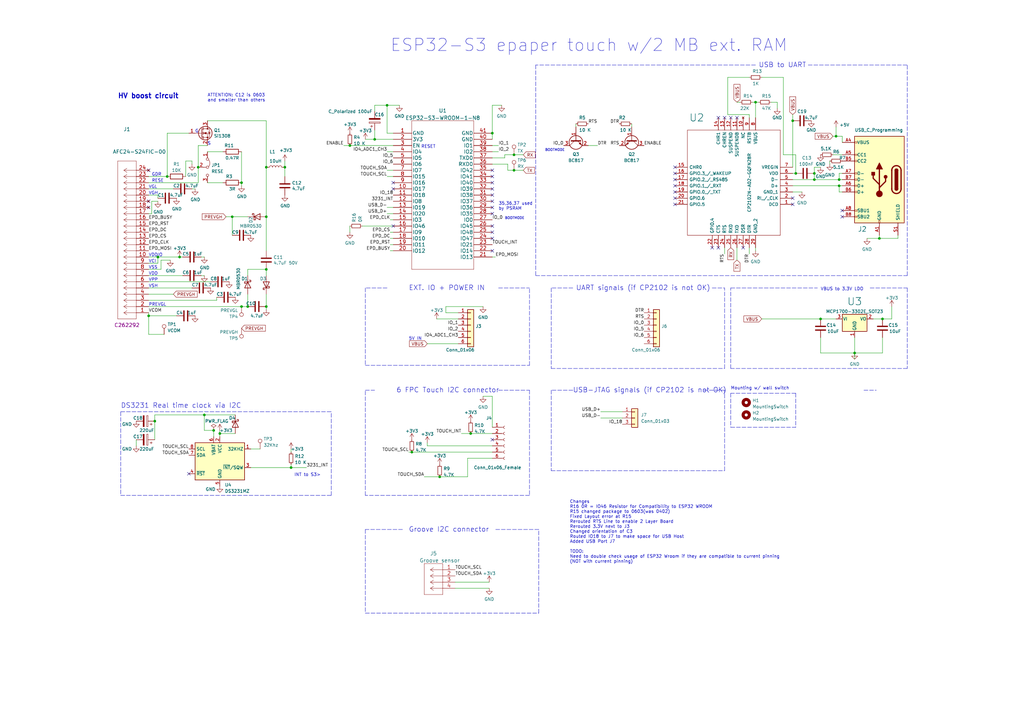
<source format=kicad_sch>
(kicad_sch (version 20211123) (generator eeschema)
  (paper "A3")
  (title_block (title "ESP32-C3 epaper controller with touch") (date "2022-11-22") (rev "1.1") (comment 1 "be used in home appliances with no more than 200 Watts top consumption.") (comment 2 "industrial heavy load devices. This an experimental switch that should only") (comment 3 "it should NOT be used in any case for machinery that is for medical use or") (comment 4 "IMPORTANT: If used as an ON / OFF switch"))
  (lib_symbols
    (symbol "CP2102:CP2102N-A02-GQFN28R" (pin_names (offset 0.762))
      (property "Reference" "IC" (at 44.45 17.78 0))
      (property "Value" "CP2102N-A02-GQFN28R" (at 44.45 15.24 0))
      (symbol "CP2102N-A02-GQFN28R_0_0"
        (pin passive line (at 0 0 0) (length 5.08) (name "DCD") (number "1"))
        (pin no_connect line (at 20.32 -35.56 90) (length 5.08) (name "NC") (number "10"))
        (pin passive line (at 22.86 -35.56 90) (length 5.08) (name "SUSPENDB") (number "11"))
        (pin passive line (at 25.4 -35.56 90) (length 5.08) (name "SUSPEND") (number "12"))
        (pin passive line (at 27.94 -35.56 90) (length 5.08) (name "CHREN") (number "13"))
        (pin passive line (at 30.48 -35.56 90) (length 5.08) (name "CHR1") (number "14"))
        (pin passive line (at 48.26 -15.24 180) (length 5.08) (name "CHR0") (number "15"))
        (pin passive line (at 48.26 -12.7 180) (length 5.08) (name "GPIO.3_/_WAKEUP") (number "16"))
        (pin passive line (at 48.26 -10.16 180) (length 5.08) (name "GPIO.2_/_RS485") (number "17"))
        (pin passive line (at 48.26 -7.62 180) (length 5.08) (name "GPIO.1_/_RXT") (number "18"))
        (pin passive line (at 48.26 -5.08 180) (length 5.08) (name "GPIO.0_/_TXT") (number "19"))
        (pin passive line (at 0 -2.54 0) (length 5.08) (name "RI_/_CLK") (number "2"))
        (pin passive line (at 48.26 -2.54 180) (length 5.08) (name "GPIO.6") (number "20"))
        (pin passive line (at 48.26 0 180) (length 5.08) (name "GPIO.5") (number "21"))
        (pin passive line (at 33.02 17.78 270) (length 5.08) (name "GPIO.4") (number "22"))
        (pin passive line (at 30.48 17.78 270) (length 5.08) (name "CTS") (number "23"))
        (pin passive line (at 27.94 17.78 270) (length 5.08) (name "RTS") (number "24"))
        (pin passive line (at 25.4 17.78 270) (length 5.08) (name "RXD") (number "25"))
        (pin passive line (at 22.86 17.78 270) (length 5.08) (name "TXD") (number "26"))
        (pin passive line (at 20.32 17.78 270) (length 5.08) (name "DSR") (number "27"))
        (pin passive line (at 17.78 17.78 270) (length 5.08) (name "DTR") (number "28"))
        (pin passive line (at 15.24 17.78 270) (length 5.08) (name "GND_2") (number "29"))
        (pin passive line (at 0 -5.08 0) (length 5.08) (name "GND_1") (number "3"))
        (pin passive line (at 0 -7.62 0) (length 5.08) (name "D+") (number "4"))
        (pin passive line (at 0 -10.16 0) (length 5.08) (name "D-") (number "5"))
        (pin passive line (at 0 -12.7 0) (length 5.08) (name "VDD") (number "6"))
        (pin passive line (at 0 -15.24 0) (length 5.08) (name "VREGIN") (number "7"))
        (pin passive line (at 15.24 -35.56 90) (length 5.08) (name "VBUS") (number "8"))
        (pin passive line (at 17.78 -35.56 90) (length 5.08) (name "RSTB") (number "9"))
      )
    )
    (symbol "Connector:Conn_01x06_Female" (pin_names (offset 1.016) hide)
      (property "Reference" "J" (at 0 7.62 0))
      (property "Value" "Conn_01x06_Female" (at 0 -10.16 0))
      (symbol "Conn_01x06_Female_1_1"
        (pin passive line (at -5.08 5.08 0) (length 3.81) (name "Pin_1") (number "1"))
        (pin passive line (at -5.08 2.54 0) (length 3.81) (name "Pin_2") (number "2"))
        (pin passive line (at -5.08 0 0) (length 3.81) (name "Pin_3") (number "3"))
        (pin passive line (at -5.08 -2.54 0) (length 3.81) (name "Pin_4") (number "4"))
        (pin passive line (at -5.08 -5.08 0) (length 3.81) (name "Pin_5") (number "5"))
        (pin passive line (at -5.08 -7.62 0) (length 3.81) (name "Pin_6") (number "6"))
      )
    )
    (symbol "Connector:TestPoint" (pin_numbers hide) (pin_names (offset 0.762) hide)
      (property "Reference" "TP" (at 0 6.858 0))
      (property "Value" "TestPoint" (at 0 5.08 0))
      (symbol "TestPoint_1_1"
        (pin passive line (at 0 0 90) (length 2.54) (name "1") (number "1"))
      )
    )
    (symbol "Connector:USB_C_Receptacle_USB2.0" (pin_names (offset 1.016))
      (property "Reference" "J" (at -10.16 19.05 0))
      (property "Value" "USB_C_Receptacle_USB2.0" (at 19.05 19.05 0))
      (symbol "USB_C_Receptacle_USB2.0_1_1"
        (pin passive line (at 0 -22.86 90) (length 5.08) (name "GND") (number "A1"))
        (pin passive line (at 0 -22.86 90) (length 5.08) hide (name "GND") (number "A12"))
        (pin passive line (at 15.24 15.24 180) (length 5.08) (name "VBUS") (number "A4"))
        (pin bidirectional line (at 15.24 10.16 180) (length 5.08) (name "CC1") (number "A5"))
        (pin bidirectional line (at 15.24 -2.54 180) (length 5.08) (name "D+") (number "A6"))
        (pin bidirectional line (at 15.24 2.54 180) (length 5.08) (name "D-") (number "A7"))
        (pin bidirectional line (at 15.24 -12.7 180) (length 5.08) (name "SBU1") (number "A8"))
        (pin passive line (at 15.24 15.24 180) (length 5.08) hide (name "VBUS") (number "A9"))
        (pin passive line (at 0 -22.86 90) (length 5.08) hide (name "GND") (number "B1"))
        (pin passive line (at 0 -22.86 90) (length 5.08) hide (name "GND") (number "B12"))
        (pin passive line (at 15.24 15.24 180) (length 5.08) hide (name "VBUS") (number "B4"))
        (pin bidirectional line (at 15.24 7.62 180) (length 5.08) (name "CC2") (number "B5"))
        (pin bidirectional line (at 15.24 -5.08 180) (length 5.08) (name "D+") (number "B6"))
        (pin bidirectional line (at 15.24 0 180) (length 5.08) (name "D-") (number "B7"))
        (pin bidirectional line (at 15.24 -15.24 180) (length 5.08) (name "SBU2") (number "B8"))
        (pin passive line (at 15.24 15.24 180) (length 5.08) hide (name "VBUS") (number "B9"))
        (pin passive line (at -7.62 -22.86 90) (length 5.08) (name "SHIELD") (number "S1"))
      )
    )
    (symbol "Connector_Generic:Conn_01x03" (pin_names (offset 1.016) hide)
      (property "Reference" "J" (at 0 5.08 0))
      (property "Value" "Conn_01x03" (at 0 -5.08 0))
      (symbol "Conn_01x03_1_1"
        (pin passive line (at -5.08 2.54 0) (length 3.81) (name "Pin_1") (number "1"))
        (pin passive line (at -5.08 0 0) (length 3.81) (name "Pin_2") (number "2"))
        (pin passive line (at -5.08 -2.54 0) (length 3.81) (name "Pin_3") (number "3"))
      )
    )
    (symbol "Connector_Generic:Conn_01x06" (pin_names (offset 1.016) hide)
      (property "Reference" "J" (at 0 7.62 0))
      (property "Value" "Conn_01x06" (at 0 -10.16 0))
      (symbol "Conn_01x06_1_1"
        (pin passive line (at -5.08 5.08 0) (length 3.81) (name "Pin_1") (number "1"))
        (pin passive line (at -5.08 2.54 0) (length 3.81) (name "Pin_2") (number "2"))
        (pin passive line (at -5.08 0 0) (length 3.81) (name "Pin_3") (number "3"))
        (pin passive line (at -5.08 -2.54 0) (length 3.81) (name "Pin_4") (number "4"))
        (pin passive line (at -5.08 -5.08 0) (length 3.81) (name "Pin_5") (number "5"))
        (pin passive line (at -5.08 -7.62 0) (length 3.81) (name "Pin_6") (number "6"))
      )
    )
    (symbol "Device:C" (pin_numbers hide) (pin_names (offset 0.254))
      (property "Reference" "C" (at 0.635 2.54 0))
      (property "Value" "C" (at 0.635 -2.54 0))
      (symbol "C_1_1"
        (pin passive line (at 0 3.81 270) (length 2.794) (name "~") (number "1"))
        (pin passive line (at 0 -3.81 90) (length 2.794) (name "~") (number "2"))
      )
    )
    (symbol "Device:C_Polarized" (pin_numbers hide) (pin_names (offset 0.254))
      (property "Reference" "C" (at 0.635 2.54 0))
      (property "Value" "C_Polarized" (at 0.635 -2.54 0))
      (symbol "C_Polarized_1_1"
        (pin passive line (at 0 3.81 270) (length 2.794) (name "~") (number "1"))
        (pin passive line (at 0 -3.81 90) (length 2.794) (name "~") (number "2"))
      )
    )
    (symbol "Device:L" (pin_numbers hide) (pin_names (offset 1.016) hide)
      (property "Reference" "L" (at -1.27 0 90))
      (property "Value" "L" (at 1.905 0 90))
      (symbol "L_1_1"
        (pin passive line (at 0 3.81 270) (length 1.27) (name "1") (number "1"))
        (pin passive line (at 0 -3.81 90) (length 1.27) (name "2") (number "2"))
      )
    )
    (symbol "Device:R" (pin_numbers hide) (pin_names (offset 0))
      (property "Reference" "R" (at 2.032 0 90))
      (property "Value" "R" (at 0 0 90))
      (symbol "R_1_1"
        (pin passive line (at 0 3.81 270) (length 1.27) (name "~") (number "1"))
        (pin passive line (at 0 -3.81 90) (length 1.27) (name "~") (number "2"))
      )
    )
    (symbol "Device:R_Small" (pin_numbers hide) (pin_names (offset 0.254) hide)
      (property "Reference" "R" (at 0.762 0.508 0))
      (property "Value" "R_Small" (at 0.762 -1.016 0))
      (symbol "R_Small_1_1"
        (pin passive line (at 0 2.54 270) (length 0.762) (name "~") (number "1"))
        (pin passive line (at 0 -2.54 90) (length 0.762) (name "~") (number "2"))
      )
    )
    (symbol "Diode:MBR0530" (pin_numbers hide) (pin_names (offset 1.016) hide)
      (property "Reference" "D" (at 0 2.54 0))
      (property "Value" "MBR0530" (at 0 -2.54 0))
      (symbol "MBR0530_1_1"
        (pin passive line (at -3.81 0 0) (length 2.54) (name "K") (number "1"))
        (pin passive line (at 3.81 0 180) (length 2.54) (name "A") (number "2"))
      )
    )
    (symbol "ESP332S3:ESP32-S3-WROOM-1-N8" (pin_names (offset 0.254))
      (property "Reference" "U" (at 20.32 10.16 0))
      (property "Value" "ESP32-S3-WROOM-1-N8" (at 20.32 7.62 0))
      (symbol "ESP32-S3-WROOM-1-N8_1_1"
        (pin power_in line (at 0 0 0) (length 7.62) (name "GND") (number "1"))
        (pin bidirectional line (at 0 -22.86 0) (length 7.62) (name "IO17") (number "10"))
        (pin bidirectional line (at 0 -25.4 0) (length 7.62) (name "IO18") (number "11"))
        (pin bidirectional line (at 0 -27.94 0) (length 7.62) (name "IO8") (number "12"))
        (pin bidirectional line (at 0 -30.48 0) (length 7.62) (name "IO19") (number "13"))
        (pin bidirectional line (at 0 -33.02 0) (length 7.62) (name "IO20") (number "14"))
        (pin bidirectional line (at 0 -35.56 0) (length 7.62) (name "IO3") (number "15"))
        (pin bidirectional line (at 0 -38.1 0) (length 7.62) (name "IO46") (number "16"))
        (pin bidirectional line (at 0 -40.64 0) (length 7.62) (name "IO9") (number "17"))
        (pin bidirectional line (at 0 -43.18 0) (length 7.62) (name "IO10") (number "18"))
        (pin bidirectional line (at 0 -45.72 0) (length 7.62) (name "IO11") (number "19"))
        (pin power_in line (at 0 -2.54 0) (length 7.62) (name "3V3") (number "2"))
        (pin bidirectional line (at 0 -48.26 0) (length 7.62) (name "IO12") (number "20"))
        (pin bidirectional line (at 40.64 -50.8 180) (length 7.62) (name "IO13") (number "21"))
        (pin bidirectional line (at 40.64 -48.26 180) (length 7.62) (name "IO14") (number "22"))
        (pin bidirectional line (at 40.64 -45.72 180) (length 7.62) (name "IO21") (number "23"))
        (pin bidirectional line (at 40.64 -43.18 180) (length 7.62) (name "IO47") (number "24"))
        (pin bidirectional line (at 40.64 -40.64 180) (length 7.62) (name "IO48") (number "25"))
        (pin bidirectional line (at 40.64 -38.1 180) (length 7.62) (name "IO45") (number "26"))
        (pin bidirectional line (at 40.64 -35.56 180) (length 7.62) (name "IO0") (number "27"))
        (pin bidirectional line (at 40.64 -33.02 180) (length 7.62) (name "IO35") (number "28"))
        (pin bidirectional line (at 40.64 -30.48 180) (length 7.62) (name "IO36") (number "29"))
        (pin input line (at 0 -5.08 0) (length 7.62) (name "EN") (number "3"))
        (pin bidirectional line (at 40.64 -27.94 180) (length 7.62) (name "IO37") (number "30"))
        (pin bidirectional line (at 40.64 -25.4 180) (length 7.62) (name "IO38") (number "31"))
        (pin bidirectional line (at 40.64 -22.86 180) (length 7.62) (name "IO39") (number "32"))
        (pin bidirectional line (at 40.64 -20.32 180) (length 7.62) (name "IO40") (number "33"))
        (pin bidirectional line (at 40.64 -17.78 180) (length 7.62) (name "IO41") (number "34"))
        (pin bidirectional line (at 40.64 -15.24 180) (length 7.62) (name "IO42") (number "35"))
        (pin bidirectional line (at 40.64 -12.7 180) (length 7.62) (name "RXD0") (number "36"))
        (pin bidirectional line (at 40.64 -10.16 180) (length 7.62) (name "TXD0") (number "37"))
        (pin bidirectional line (at 40.64 -7.62 180) (length 7.62) (name "IO2") (number "38"))
        (pin bidirectional line (at 40.64 -5.08 180) (length 7.62) (name "IO1") (number "39"))
        (pin bidirectional line (at 0 -7.62 0) (length 7.62) (name "IO4") (number "4"))
        (pin power_in line (at 40.64 -2.54 180) (length 7.62) (name "GND") (number "40"))
        (pin power_in line (at 40.64 0 180) (length 7.62) (name "GND") (number "41"))
        (pin bidirectional line (at 0 -10.16 0) (length 7.62) (name "IO5") (number "5"))
        (pin bidirectional line (at 0 -12.7 0) (length 7.62) (name "IO6") (number "6"))
        (pin bidirectional line (at 0 -15.24 0) (length 7.62) (name "IO7") (number "7"))
        (pin bidirectional line (at 0 -17.78 0) (length 7.62) (name "IO15") (number "8"))
        (pin bidirectional line (at 0 -20.32 0) (length 7.62) (name "IO16") (number "9"))
      )
    )
    (symbol "Jumper:Jumper_3_Bridged12" (pin_names (offset 0) hide)
      (property "Reference" "JP" (at -2.54 -2.54 0))
      (property "Value" "Jumper_3_Bridged12" (at 0 2.794 0))
      (symbol "Jumper_3_Bridged12_1_1"
        (pin passive line (at -6.35 0 0) (length 2.54) (name "A") (number "1"))
        (pin passive line (at 0 -3.81 90) (length 2.54) (name "C") (number "2"))
        (pin passive line (at 6.35 0 180) (length 2.54) (name "B") (number "3"))
      )
    )
    (symbol "MOLEX-I2C-532530470:532530470" (pin_names (offset 0.254) hide)
      (property "Reference" "J" (at 8.89 6.35 0))
      (property "Value" "532530470" (at 10.16 -5.08 0))
      (symbol "532530470_1_1"
        (pin unspecified line (at 0 0 0) (length 5.08) (name "1") (number "1"))
        (pin unspecified line (at 0 -2.54 0) (length 5.08) (name "2") (number "2"))
        (pin unspecified line (at 0 -5.08 0) (length 5.08) (name "3") (number "3"))
        (pin unspecified line (at 0 -7.62 0) (length 5.08) (name "4") (number "4"))
      )
    )
    (symbol "Mechanical:MountingHole" (pin_names (offset 1.016))
      (property "Reference" "H" (at 0 5.08 0))
      (property "Value" "MountingHole" (at 0 3.175 0))
    )
    (symbol "Regulator_Linear:MCP1700-3302E_SOT23" (pin_names (offset 0.254))
      (property "Reference" "U" (at -3.81 3.175 0))
      (property "Value" "MCP1700-3302E_SOT23" (at 0 3.175 0))
      (symbol "MCP1700-3302E_SOT23_1_1"
        (pin power_in line (at 0 -7.62 90) (length 2.54) (name "GND") (number "1"))
        (pin power_out line (at 7.62 0 180) (length 2.54) (name "VO") (number "2"))
        (pin power_in line (at -7.62 0 0) (length 2.54) (name "VI") (number "3"))
      )
    )
    (symbol "Timer_RTC:DS3231MZ"
      (property "Reference" "U" (at -7.62 8.89 0))
      (property "Value" "DS3231MZ" (at 11.43 8.89 0))
      (symbol "DS3231MZ_1_1"
        (pin open_collector line (at 12.7 5.08 180) (length 2.54) (name "32KHZ") (number "1"))
        (pin power_in line (at 0 10.16 270) (length 2.54) (name "VCC") (number "2"))
        (pin open_collector line (at 12.7 -2.54 180) (length 2.54) (name "~{INT}/SQW") (number "3"))
        (pin bidirectional line (at -12.7 -5.08 0) (length 2.54) (name "~{RST}") (number "4"))
        (pin power_in line (at 0 -10.16 90) (length 2.54) (name "GND") (number "5"))
        (pin power_in line (at -2.54 10.16 270) (length 2.54) (name "VBAT") (number "6"))
        (pin bidirectional line (at -12.7 2.54 0) (length 2.54) (name "SDA") (number "7"))
        (pin input line (at -12.7 5.08 0) (length 2.54) (name "SCL") (number "8"))
      )
    )
    (symbol "Transistor_BJT:BC817" (pin_names (offset 0) hide)
      (property "Reference" "Q" (at 5.08 1.905 0))
      (property "Value" "BC817" (at 5.08 0 0))
      (symbol "BC817_1_1"
        (pin input line (at -5.08 0 0) (length 5.715) (name "B") (number "1"))
        (pin passive line (at 2.54 -5.08 90) (length 2.54) (name "E") (number "2"))
        (pin passive line (at 2.54 5.08 270) (length 2.54) (name "C") (number "3"))
      )
    )
    (symbol "Transistor_FET:2N7002" (pin_names hide)
      (property "Reference" "Q" (at 5.08 1.905 0))
      (property "Value" "2N7002" (at 5.08 0 0))
      (symbol "2N7002_1_1"
        (pin input line (at -5.08 0 0) (length 2.54) (name "G") (number "1"))
        (pin passive line (at 2.54 -5.08 90) (length 2.54) (name "S") (number "2"))
        (pin passive line (at 2.54 5.08 270) (length 2.54) (name "D") (number "3"))
      )
    )
    (symbol "footprint:FH12-24S-0.5SV55" (pin_names (offset 0.254) hide)
      (property "Reference" "J" (at 8.89 6.35 0))
      (property "Value" "FH12-24S-0.5SV55" (at 5.08 -77.47 0))
      (symbol "FH12-24S-0.5SV55_1_1"
        (pin bidirectional line (at 0 0 0) (length 5.08) (name "1") (number "1"))
        (pin power_in line (at 0 -22.86 0) (length 5.08) (name "10") (number "10"))
        (pin bidirectional line (at 0 -25.4 0) (length 5.08) (name "11") (number "11"))
        (pin bidirectional line (at 0 -27.94 0) (length 5.08) (name "12") (number "12"))
        (pin bidirectional line (at 0 -30.48 0) (length 5.08) (name "13") (number "13"))
        (pin bidirectional line (at 0 -33.02 0) (length 5.08) (name "14") (number "14"))
        (pin bidirectional line (at 0 -35.56 0) (length 5.08) (name "15") (number "15"))
        (pin bidirectional line (at 0 -38.1 0) (length 5.08) (name "16") (number "16"))
        (pin power_in line (at 0 -40.64 0) (length 5.08) (name "17") (number "17"))
        (pin no_connect line (at 0 -43.18 0) (length 5.08) (name "18") (number "18"))
        (pin no_connect line (at 0 -45.72 0) (length 5.08) (name "19") (number "19"))
        (pin bidirectional line (at 0 -2.54 0) (length 5.08) (name "2") (number "2"))
        (pin output line (at 0 -48.26 0) (length 5.08) (name "20") (number "20"))
        (pin output line (at 0 -50.8 0) (length 5.08) (name "21") (number "21"))
        (pin output line (at 0 -53.34 0) (length 5.08) (name "22") (number "22"))
        (pin bidirectional line (at 0 -55.88 0) (length 5.08) (name "23") (number "23"))
        (pin no_connect line (at 0 -58.42 0) (length 5.08) (name "24") (number "24"))
        (pin bidirectional line (at 0 -5.08 0) (length 5.08) (name "3") (number "3"))
        (pin bidirectional line (at 0 -7.62 0) (length 5.08) (name "4") (number "4"))
        (pin bidirectional line (at 0 -10.16 0) (length 5.08) (name "5") (number "5"))
        (pin bidirectional line (at 0 -12.7 0) (length 5.08) (name "6") (number "6"))
        (pin bidirectional line (at 0 -15.24 0) (length 5.08) (name "7") (number "7"))
        (pin bidirectional line (at 0 -17.78 0) (length 5.08) (name "8") (number "8"))
        (pin power_in line (at 0 -20.32 0) (length 5.08) (name "9") (number "9"))
      )
    )
    (symbol "power:+3.3V" (power) (pin_names (offset 0))
      (property "Value" "+3.3V" (at 0 3.556 0))
      (symbol "+3.3V_1_1"
        (pin power_in line (at 0 0 90) (length 0) hide (name "+3V3") (number "1"))
      )
    )
    (symbol "power:+3V3" (power) (pin_names (offset 0))
      (property "Value" "+3V3" (at 0 3.556 0))
      (symbol "+3V3_1_1"
        (pin power_in line (at 0 0 90) (length 0) hide (name "+3V3") (number "1"))
      )
    )
    (symbol "power:+5V" (power) (pin_names (offset 0))
      (property "Value" "+5V" (at 0 3.556 0))
      (symbol "+5V_1_1"
        (pin power_in line (at 0 0 90) (length 0) hide (name "+5V") (number "1"))
      )
    )
    (symbol "power:GND" (power) (pin_names (offset 0))
      (property "Value" "GND" (at 0 -3.81 0))
      (symbol "GND_1_1"
        (pin power_in line (at 0 0 270) (length 0) hide (name "GND") (number "1"))
      )
    )
    (symbol "power:PWR_FLAG" (power) (pin_numbers hide) (pin_names (offset 0) hide)
      (property "Value" "PWR_FLAG" (at 0 3.81 0))
      (symbol "PWR_FLAG_0_0"
        (pin power_out line (at 0 0 90) (length 0) (name "pwr") (number "1"))
      )
    )
  )
  (junction (at 81.28 68.58))
  (junction (at 90.17 177.8))
  (junction (at 344.17 73.66))
  (junction (at 109.22 88.9))
  (junction (at 116.84 68.58))
  (junction (at 99.06 125.73))
  (junction (at 158.75 43.18))
  (junction (at 180.34 195.58))
  (junction (at 83.82 170.18))
  (junction (at 360.68 97.79))
  (junction (at 64.77 105.41))
  (junction (at 153.67 57.15))
  (junction (at 73.66 105.41))
  (junction (at 309.88 41.91))
  (junction (at 342.9 55.88))
  (junction (at 210.82 69.85))
  (junction (at 350.52 144.78))
  (junction (at 325.12 49.53))
  (junction (at 109.22 68.58))
  (junction (at 210.82 63.5))
  (junction (at 109.22 125.73))
  (junction (at 326.39 71.12))
  (junction (at 201.93 54.61))
  (junction (at 334.01 71.12))
  (junction (at 60.96 129.54))
  (junction (at 87.63 176.53))
  (junction (at 168.91 185.42))
  (junction (at 193.04 177.8))
  (junction (at 109.22 110.49))
  (junction (at 63.5 172.72))
  (junction (at 361.95 130.81))
  (junction (at 336.55 130.81))
  (junction (at 143.51 59.69))
  (junction (at 344.17 76.2))
  (junction (at 119.38 191.77))
  (junction (at 101.6 125.73))
  (junction (at 95.25 88.9))
  (junction (at 99.06 74.93))
  (junction (at 334.01 73.66))
  (junction (at 68.58 72.39))
  (no_connect (at 201.93 69.85))
  (no_connect (at 161.29 74.93))
  (no_connect (at 345.44 88.9))
  (no_connect (at 276.86 68.58))
  (no_connect (at 276.86 78.74))
  (no_connect (at 201.93 72.39))
  (no_connect (at 304.8 101.6))
  (no_connect (at 297.18 48.26))
  (no_connect (at 276.86 81.28))
  (no_connect (at 294.64 48.26))
  (no_connect (at 299.72 48.26))
  (no_connect (at 60.96 85.09))
  (no_connect (at 201.93 97.79))
  (no_connect (at 161.29 92.71))
  (no_connect (at 325.12 81.28))
  (no_connect (at 294.64 101.6))
  (no_connect (at 201.93 102.87))
  (no_connect (at 161.29 77.47))
  (no_connect (at 60.96 69.85))
  (no_connect (at 201.93 80.01))
  (no_connect (at 276.86 76.2))
  (no_connect (at 201.93 92.71))
  (no_connect (at 77.47 194.31))
  (no_connect (at 276.86 73.66))
  (no_connect (at 201.93 95.25))
  (no_connect (at 201.93 85.09))
  (no_connect (at 325.12 83.82))
  (no_connect (at 201.93 77.47))
  (no_connect (at 60.96 82.55))
  (no_connect (at 201.93 82.55))
  (no_connect (at 201.93 74.93))
  (no_connect (at 276.86 71.12))
  (no_connect (at 345.44 86.36))
  (no_connect (at 302.26 48.26))
  (no_connect (at 292.1 101.6))
  (no_connect (at 201.93 180.34))
  (no_connect (at 201.93 87.63))
  (no_connect (at 276.86 83.82))
  (polyline (pts (xy 372.11 118.11) (xy 372.11 151.13)))
  (wire (pts (xy 325.12 49.53) (xy 325.12 68.58)))
  (polyline (pts (xy 220.98 217.17) (xy 203.2 217.17)))
  (wire (pts (xy 342.9 52.07) (xy 342.9 55.88)))
  (wire (pts (xy 350.52 144.78) (xy 350.52 147.32)))
  (wire (pts (xy 76.2 72.39) (xy 76.2 66.04)))
  (polyline (pts (xy 49.53 168.91) (xy 135.89 168.91)))
  (wire (pts (xy 153.67 57.15) (xy 161.29 57.15)))
  (wire (pts (xy 81.28 68.58) (xy 81.28 74.93)))
  (wire (pts (xy 158.75 85.09) (xy 161.29 85.09)))
  (wire (pts (xy 143.51 59.69) (xy 140.97 59.69)))
  (polyline (pts (xy 299.72 175.26) (xy 326.39 175.26)))
  (wire (pts (xy 180.34 195.58) (xy 191.77 195.58)))
  (wire (pts (xy 64.77 107.95) (xy 64.77 105.41)))
  (polyline (pts (xy 372.11 151.13) (xy 299.72 151.13)))
  (wire (pts (xy 160.02 100.33) (xy 161.29 100.33)))
  (wire (pts (xy 60.96 128.27) (xy 60.96 129.54)))
  (wire (pts (xy 90.17 177.8) (xy 96.52 177.8)))
  (polyline (pts (xy 292.1 118.11) (xy 297.18 118.11)))
  (wire (pts (xy 96.52 170.18) (xy 83.82 170.18)))
  (wire (pts (xy 60.96 123.19) (xy 88.9 123.19)))
  (wire (pts (xy 116.84 68.58) (xy 116.84 72.39)))
  (wire (pts (xy 60.96 129.54) (xy 60.96 137.16)))
  (wire (pts (xy 189.23 177.8) (xy 193.04 177.8)))
  (wire (pts (xy 208.28 69.85) (xy 208.28 67.31)))
  (wire (pts (xy 336.55 144.78) (xy 350.52 144.78)))
  (polyline (pts (xy 158.75 118.11) (xy 149.86 118.11)))
  (wire (pts (xy 334.01 71.12) (xy 334.01 73.66)))
  (wire (pts (xy 153.67 53.34) (xy 153.67 57.15)))
  (wire (pts (xy 345.44 78.74) (xy 344.17 78.74)))
  (wire (pts (xy 102.87 184.15) (xy 106.68 184.15)))
  (wire (pts (xy 109.22 127) (xy 109.22 125.73)))
  (wire (pts (xy 345.44 71.12) (xy 344.17 71.12)))
  (wire (pts (xy 309.88 48.26) (xy 309.88 41.91)))
  (wire (pts (xy 60.96 129.54) (xy 72.39 129.54)))
  (wire (pts (xy 303.53 41.91) (xy 302.26 41.91)))
  (polyline (pts (xy 372.11 113.03) (xy 372.11 26.67)))
  (wire (pts (xy 92.71 88.9) (xy 95.25 88.9)))
  (wire (pts (xy 109.22 68.58) (xy 109.22 88.9)))
  (polyline (pts (xy 299.72 118.11) (xy 335.28 118.11)))
  (wire (pts (xy 326.39 63.5) (xy 326.39 71.12)))
  (wire (pts (xy 60.96 125.73) (xy 99.06 125.73)))
  (wire (pts (xy 173.99 195.58) (xy 180.34 195.58)))
  (wire (pts (xy 99.06 62.23) (xy 99.06 74.93)))
  (wire (pts (xy 208.28 67.31) (xy 201.93 67.31)))
  (wire (pts (xy 204.47 59.69) (xy 201.93 59.69)))
  (wire (pts (xy 80.01 77.47) (xy 78.74 77.47)))
  (wire (pts (xy 60.96 107.95) (xy 64.77 107.95)))
  (wire (pts (xy 83.82 176.53) (xy 87.63 176.53)))
  (polyline (pts (xy 49.53 203.2) (xy 135.89 203.2)))
  (wire (pts (xy 55.88 180.34) (xy 55.88 182.88)))
  (wire (pts (xy 60.96 74.93) (xy 81.28 74.93)))
  (wire (pts (xy 336.55 68.58) (xy 334.01 68.58)))
  (wire (pts (xy 63.5 172.72) (xy 63.5 170.18)))
  (wire (pts (xy 201.93 54.61) (xy 201.93 57.15)))
  (polyline (pts (xy 149.86 251.46) (xy 220.98 251.46)))
  (wire (pts (xy 160.02 95.25) (xy 161.29 95.25)))
  (wire (pts (xy 90.17 176.53) (xy 90.17 177.8)))
  (wire (pts (xy 298.45 46.99) (xy 298.45 31.75)))
  (wire (pts (xy 64.77 105.41) (xy 73.66 105.41)))
  (polyline (pts (xy 149.86 149.86) (xy 217.17 149.86)))
  (wire (pts (xy 344.17 71.12) (xy 344.17 73.66)))
  (wire (pts (xy 201.93 162.56) (xy 201.93 175.26)))
  (wire (pts (xy 116.84 68.58) (xy 116.84 66.04)))
  (polyline (pts (xy 165.1 217.17) (xy 149.86 217.17)))
  (wire (pts (xy 90.17 177.8) (xy 90.17 179.07)))
  (wire (pts (xy 85.09 74.93) (xy 91.44 74.93)))
  (wire (pts (xy 344.17 76.2) (xy 345.44 76.2)))
  (wire (pts (xy 361.95 130.81) (xy 365.76 130.81)))
  (wire (pts (xy 160.02 97.79) (xy 161.29 97.79)))
  (wire (pts (xy 210.82 69.85) (xy 214.63 69.85)))
  (wire (pts (xy 210.82 69.85) (xy 208.28 69.85)))
  (wire (pts (xy 83.82 170.18) (xy 83.82 176.53)))
  (wire (pts (xy 63.5 170.18) (xy 83.82 170.18)))
  (wire (pts (xy 350.52 138.43) (xy 350.52 144.78)))
  (wire (pts (xy 307.34 48.26) (xy 307.34 46.99)))
  (wire (pts (xy 326.39 71.12) (xy 325.12 71.12)))
  (wire (pts (xy 203.2 105.41) (xy 201.93 105.41)))
  (polyline (pts (xy 204.47 118.11) (xy 217.17 118.11)))
  (wire (pts (xy 109.22 110.49) (xy 109.22 113.03)))
  (wire (pts (xy 302.26 106.68) (xy 302.26 101.6)))
  (wire (pts (xy 259.08 50.8) (xy 259.08 52.07)))
  (wire (pts (xy 91.44 62.23) (xy 85.09 62.23)))
  (wire (pts (xy 309.88 102.87) (xy 309.88 101.6)))
  (wire (pts (xy 198.12 162.56) (xy 201.93 162.56)))
  (polyline (pts (xy 309.88 26.67) (xy 219.71 26.67)))
  (wire (pts (xy 82.55 113.03) (xy 83.82 113.03)))
  (polyline (pts (xy 149.86 118.11) (xy 149.86 149.86)))
  (wire (pts (xy 345.44 55.88) (xy 345.44 58.42)))
  (polyline (pts (xy 149.86 217.17) (xy 149.86 251.46)))
  (wire (pts (xy 312.42 130.81) (xy 336.55 130.81)))
  (wire (pts (xy 62.23 87.63) (xy 62.23 82.55)))
  (wire (pts (xy 241.3 59.69) (xy 245.11 59.69)))
  (wire (pts (xy 163.83 43.18) (xy 158.75 43.18)))
  (wire (pts (xy 325.12 73.66) (xy 334.01 73.66)))
  (wire (pts (xy 143.51 92.71) (xy 143.51 95.25)))
  (wire (pts (xy 60.96 105.41) (xy 64.77 105.41)))
  (polyline (pts (xy 226.06 118.11) (xy 226.06 151.13)))
  (polyline (pts (xy 217.17 149.86) (xy 217.17 118.11)))
  (wire (pts (xy 63.5 180.34) (xy 63.5 172.72)))
  (wire (pts (xy 328.93 78.74) (xy 325.12 78.74)))
  (wire (pts (xy 68.58 54.61) (xy 77.47 54.61)))
  (wire (pts (xy 316.23 41.91) (xy 318.77 41.91)))
  (wire (pts (xy 334.01 68.58) (xy 334.01 71.12)))
  (polyline (pts (xy 297.18 193.04) (xy 297.18 160.02)))
  (polyline (pts (xy 326.39 161.29) (xy 326.39 175.26)))
  (wire (pts (xy 360.68 97.79) (xy 360.68 96.52)))
  (polyline (pts (xy 217.17 203.2) (xy 149.86 203.2)))
  (wire (pts (xy 207.01 64.77) (xy 201.93 64.77)))
  (wire (pts (xy 60.96 118.11) (xy 78.74 118.11)))
  (wire (pts (xy 246.38 171.45) (xy 255.27 171.45)))
  (wire (pts (xy 312.42 31.75) (xy 321.31 31.75)))
  (wire (pts (xy 158.75 87.63) (xy 161.29 87.63)))
  (wire (pts (xy 99.06 125.73) (xy 101.6 125.73)))
  (wire (pts (xy 101.6 110.49) (xy 109.22 110.49)))
  (wire (pts (xy 148.59 92.71) (xy 161.29 92.71)))
  (polyline (pts (xy 217.17 160.02) (xy 217.17 203.2)))
  (wire (pts (xy 175.26 182.88) (xy 175.26 181.61)))
  (wire (pts (xy 321.31 63.5) (xy 326.39 63.5)))
  (wire (pts (xy 83.82 105.41) (xy 82.55 105.41)))
  (polyline (pts (xy 219.71 113.03) (xy 372.11 113.03)))
  (wire (pts (xy 66.04 106.68) (xy 69.85 106.68)))
  (wire (pts (xy 186.69 238.76) (xy 200.66 238.76)))
  (polyline (pts (xy 326.39 161.29) (xy 299.72 161.29)))
  (wire (pts (xy 365.76 130.81) (xy 365.76 125.73)))
  (polyline (pts (xy 297.18 151.13) (xy 297.18 118.11)))
  (wire (pts (xy 71.12 120.65) (xy 60.96 120.65)))
  (wire (pts (xy 307.34 104.14) (xy 307.34 101.6)))
  (wire (pts (xy 158.75 43.18) (xy 153.67 43.18)))
  (wire (pts (xy 191.77 187.96) (xy 201.93 187.96)))
  (wire (pts (xy 318.77 41.91) (xy 318.77 44.45)))
  (wire (pts (xy 309.88 41.91) (xy 311.15 41.91)))
  (wire (pts (xy 198.12 125.73) (xy 182.88 125.73)))
  (wire (pts (xy 179.07 130.81) (xy 187.96 130.81)))
  (wire (pts (xy 81.28 59.69) (xy 81.28 68.58)))
  (polyline (pts (xy 149.86 160.02) (xy 153.67 160.02)))
  (wire (pts (xy 62.23 82.55) (xy 64.77 82.55)))
  (wire (pts (xy 60.96 80.01) (xy 64.77 80.01)))
  (wire (pts (xy 210.82 63.5) (xy 207.01 63.5)))
  (wire (pts (xy 298.45 31.75) (xy 307.34 31.75)))
  (wire (pts (xy 336.55 138.43) (xy 336.55 144.78)))
  (wire (pts (xy 102.87 191.77) (xy 119.38 191.77)))
  (wire (pts (xy 325.12 76.2) (xy 344.17 76.2)))
  (wire (pts (xy 340.36 67.31) (xy 340.36 66.04)))
  (wire (pts (xy 87.63 176.53) (xy 87.63 179.07)))
  (wire (pts (xy 361.95 144.78) (xy 361.95 138.43)))
  (polyline (pts (xy 149.86 203.2) (xy 149.86 160.02)))
  (wire (pts (xy 160.02 90.17) (xy 161.29 90.17)))
  (polyline (pts (xy 354.33 160.02) (xy 359.41 160.02)))
  (wire (pts (xy 368.3 97.79) (xy 360.68 97.79)))
  (polyline (pts (xy 226.06 151.13) (xy 297.18 151.13)))
  (polyline (pts (xy 356.87 118.11) (xy 372.11 118.11)))
  (wire (pts (xy 201.93 182.88) (xy 175.26 182.88)))
  (wire (pts (xy 68.58 72.39) (xy 68.58 54.61)))
  (polyline (pts (xy 234.95 118.11) (xy 226.06 118.11)))
  (wire (pts (xy 85.09 49.53) (xy 109.22 49.53)))
  (wire (pts (xy 99.06 76.2) (xy 99.06 74.93)))
  (wire (pts (xy 168.91 185.42) (xy 201.93 185.42)))
  (wire (pts (xy 325.12 46.99) (xy 325.12 49.53)))
  (wire (pts (xy 344.17 76.2) (xy 344.17 78.74)))
  (wire (pts (xy 182.88 125.73) (xy 182.88 128.27)))
  (wire (pts (xy 341.63 55.88) (xy 342.9 55.88)))
  (wire (pts (xy 158.75 62.23) (xy 161.29 62.23)))
  (wire (pts (xy 74.93 105.41) (xy 73.66 105.41)))
  (wire (pts (xy 297.18 104.14) (xy 297.18 101.6)))
  (wire (pts (xy 193.04 177.8) (xy 201.93 177.8)))
  (polyline (pts (xy 331.47 26.67) (xy 372.11 26.67)))
  (wire (pts (xy 308.61 41.91) (xy 309.88 41.91)))
  (polyline (pts (xy 226.06 193.04) (xy 297.18 193.04)))
  (wire (pts (xy 78.74 66.04) (xy 78.74 67.31)))
  (wire (pts (xy 101.6 120.65) (xy 101.6 125.73)))
  (wire (pts (xy 76.2 66.04) (xy 78.74 66.04)))
  (wire (pts (xy 160.02 102.87) (xy 161.29 102.87)))
  (wire (pts (xy 153.67 43.18) (xy 153.67 45.72)))
  (polyline (pts (xy 226.06 160.02) (xy 226.06 193.04)))
  (wire (pts (xy 201.93 43.18) (xy 205.74 43.18)))
  (polyline (pts (xy 204.47 160.02) (xy 217.17 160.02)))
  (polyline (pts (xy 297.18 160.02) (xy 288.29 160.02)))
  (wire (pts (xy 158.75 69.85) (xy 161.29 69.85)))
  (wire (pts (xy 334.01 73.66) (xy 344.17 73.66)))
  (wire (pts (xy 167.64 185.42) (xy 168.91 185.42)))
  (polyline (pts (xy 234.95 160.02) (xy 226.06 160.02)))
  (wire (pts (xy 307.34 46.99) (xy 298.45 46.99)))
  (wire (pts (xy 182.88 128.27) (xy 187.96 128.27)))
  (wire (pts (xy 214.63 63.5) (xy 210.82 63.5)))
  (wire (pts (xy 236.22 50.8) (xy 236.22 52.07)))
  (wire (pts (xy 60.96 115.57) (xy 86.36 115.57)))
  (wire (pts (xy 64.77 80.01) (xy 64.77 81.28)))
  (wire (pts (xy 143.51 59.69) (xy 161.29 59.69)))
  (wire (pts (xy 60.96 110.49) (xy 66.04 110.49)))
  (wire (pts (xy 81.28 59.69) (xy 85.09 59.69)))
  (wire (pts (xy 60.96 113.03) (xy 74.93 113.03)))
  (wire (pts (xy 60.96 137.16) (xy 67.31 137.16)))
  (wire (pts (xy 109.22 88.9) (xy 109.22 102.87)))
  (wire (pts (xy 60.96 72.39) (xy 68.58 72.39)))
  (wire (pts (xy 119.38 184.15) (xy 119.38 185.42)))
  (wire (pts (xy 109.22 120.65) (xy 109.22 125.73)))
  (wire (pts (xy 207.01 63.5) (xy 207.01 64.77)))
  (wire (pts (xy 201.93 54.61) (xy 201.93 43.18)))
  (polyline (pts (xy 299.72 161.29) (xy 299.72 175.26)))
  (wire (pts (xy 60.96 77.47) (xy 71.12 77.47)))
  (wire (pts (xy 350.52 144.78) (xy 361.95 144.78)))
  (wire (pts (xy 344.17 73.66) (xy 345.44 73.66)))
  (wire (pts (xy 95.25 88.9) (xy 101.6 88.9)))
  (wire (pts (xy 204.47 62.23) (xy 201.93 62.23)))
  (wire (pts (xy 341.63 63.5) (xy 345.44 63.5)))
  (wire (pts (xy 246.38 168.91) (xy 255.27 168.91)))
  (wire (pts (xy 60.96 87.63) (xy 62.23 87.63)))
  (wire (pts (xy 342.9 55.88) (xy 345.44 55.88)))
  (wire (pts (xy 321.31 31.75) (xy 321.31 63.5)))
  (wire (pts (xy 109.22 49.53) (xy 109.22 68.58)))
  (wire (pts (xy 175.26 140.97) (xy 187.96 140.97)))
  (polyline (pts (xy 49.53 168.91) (xy 49.53 203.2)))
  (wire (pts (xy 95.25 96.52) (xy 95.25 88.9)))
  (wire (pts (xy 368.3 96.52) (xy 368.3 97.79)))
  (wire (pts (xy 101.6 113.03) (xy 101.6 110.49)))
  (wire (pts (xy 200.66 241.3) (xy 186.69 241.3)))
  (polyline (pts (xy 219.71 26.67) (xy 219.71 113.03)))
  (wire (pts (xy 358.14 130.81) (xy 361.95 130.81)))
  (wire (pts (xy 88.9 123.19) (xy 88.9 121.92)))
  (wire (pts (xy 66.04 110.49) (xy 66.04 106.68)))
  (wire (pts (xy 161.29 54.61) (xy 158.75 54.61)))
  (wire (pts (xy 191.77 195.58) (xy 191.77 187.96)))
  (wire (pts (xy 336.55 130.81) (xy 342.9 130.81)))
  (polyline (pts (xy 135.89 203.2) (xy 135.89 168.91)))
  (wire (pts (xy 119.38 191.77) (xy 119.38 190.5)))
  (wire (pts (xy 355.6 97.79) (xy 360.68 97.79)))
  (wire (pts (xy 158.75 72.39) (xy 161.29 72.39)))
  (polyline (pts (xy 299.72 151.13) (xy 299.72 118.11)))
  (polyline (pts (xy 220.98 251.46) (xy 220.98 217.17)))
  (wire (pts (xy 119.38 191.77) (xy 125.73 191.77)))
  (wire (pts (xy 149.86 57.15) (xy 153.67 57.15)))
  (wire (pts (xy 158.75 54.61) (xy 158.75 43.18)))
  (text "PREVGL" (at 60.96 125.73 0) (effects (font (size 1.27 1.27)) (justify left bottom)))
  (text "BOOTMODE" (at 207.01 90.17 0) (effects (font (size 1 1)) (justify left bottom)))
  (text "EXT. IO + POWER IN" (at 167.64 119.38 0) (effects (font (size 2 2)) (justify left bottom)))
  (text "RESE" (at 62.23 74.93 0) (effects (font (size 1.27 1.27)) (justify left bottom)))
  (text "VCI" (at 60.96 107.95 0) (effects (font (size 1.27 1.27)) (justify left bottom)))
  (text "VDDIO" (at 60.96 105.41 0) (effects (font (size 1.27 1.27)) (justify left bottom)))
  (text "USB-JTAG signals (if CP2102 is not OK)" (at 234.95 161.29 0) (effects (font (size 2 2)) (justify left bottom)))
  (text "Groove I2C connector" (at 167.64 218.44 0) (effects (font (size 2 2)) (justify left bottom)))
  (text "Changes\nR16 0R = IO46 Resistor for Compatibility to ESP32 WROOM\nR15 changed package to 0603(was 0402)\nFixed Layout error at R15\nRerouted RTS Line to enable 2 Layer Board\nRerouted 3.3V next to J3\nChanged orientation of C3\nRouted IO18 to J7 to make space for USB Host\nAdded USB Port J7\n\nTODO:\nNeed to double check usage of ESP32 Wroom if they are compatible to current pinning\n(NOT with current pinning)" (at 233.68 231.14 0) (effects (font (size 1.27 1.27)) (justify left bottom)))
  (text "DS3231 Real time clock via I2C" (at 49.53 167.64 0) (effects (font (size 2 2)) (justify left bottom)))
  (text "INT to S3>" (at 120.65 195.58 0) (effects (font (size 1.27 1.27)) (justify left bottom)))
  (text "35,36,37 used\nby PSRAM" (at 204.47 86.36 0) (effects (font (size 1.27 1.27)) (justify left bottom)))
  (text "BOOTMODE" (at 223.52 62.23 0) (effects (font (size 1 1)) (justify left bottom)))
  (text "5V IN" (at 167.64 139.7 0) (effects (font (size 1.27 1.27)) (justify left bottom)))
  (text "6 FPC Touch I2C connector" (at 162.56 161.29 0) (effects (font (size 2 2)) (justify left bottom)))
  (text "VDD" (at 60.96 113.03 0) (effects (font (size 1.27 1.27)) (justify left bottom)))
  (text "S" (at 85.09 59.69 0) (effects (font (size 1.27 1.27)) (justify left bottom)))
  (text "VSH" (at 60.96 118.11 0) (effects (font (size 1.27 1.27)) (justify left bottom)))
  (text "VSS" (at 60.96 110.49 0) (effects (font (size 1.27 1.27)) (justify left bottom)))
  (text "VPP" (at 60.96 115.57 0) (effects (font (size 1.27 1.27)) (justify left bottom)))
  (text "VGL" (at 60.96 77.47 0) (effects (font (size 1.27 1.27)) (justify left bottom)))
  (text "RESET" (at 172.72 60.96 0) (effects (font (size 1.27 1.27)) (justify left bottom)))
  (text "UART signals (if CP2102 is not OK)" (at 236.22 119.38 0) (effects (font (size 2 2)) (justify left bottom)))
  (text "ATTENTION: C12 is 0603\nand smaller than others" (at 85.09 41.91 0) (effects (font (size 1.27 1.27)) (justify left bottom)))
  (text "VGH" (at 60.96 80.01 0) (effects (font (size 1.27 1.27)) (justify left bottom)))
  (text "USB to UART" (at 311.15 27.94 0) (effects (font (size 2 2)) (justify left bottom)))
  (text "VBUS to 3.3V LDO" (at 336.55 119.38 0) (effects (font (size 1.27 1.27)) (justify left bottom)))
  (text "GDR" (at 62.23 72.39 0) (effects (font (size 1.27 1.27)) (justify left bottom)))
  (text "G" (at 80.01 54.61 0) (effects (font (size 1.27 1.27)) (justify left bottom)))
  (text "ESP32-S3 epaper touch w/2 MB ext. RAM" (at 160.02 21.59 0) (effects (font (size 5 5)) (justify left bottom)))
  (text "Mounting w/ wall switch" (at 299.72 160.02 0) (effects (font (size 1.27 1.27)) (justify left bottom)))
  (text "HV boost circuit" (at 48.26 40.64 0) (effects (font (size 2 2) (thickness 0.4) bold) (justify left bottom)))
  (label "3231_INT" (at 125.73 191.77 0))
  (label "IO_1" (at 187.96 133.35 180))
  (label "TOUCH_SCL" (at 158.75 72.39 180))
  (label "TOUCH_SCL" (at 167.64 185.42 180))
  (label "IO_2" (at 187.96 135.89 180))
  (label "TOUCH_SDA" (at 77.47 186.69 180))
  (label "VCOM" (at 60.96 128.27 0))
  (label "TOUCH_SCL" (at 186.69 233.68 0))
  (label "IO_1" (at 204.47 59.69 0))
  (label "USB_D+" (at 246.38 168.91 180))
  (label "EPD_DC" (at 60.96 95.25 0))
  (label "TOUCH_INT" (at 201.93 100.33 0))
  (label "EPD_CS" (at 60.96 97.79 0))
  (label "TOUCH_SCL" (at 77.47 184.15 180))
  (label "IO_18" (at 255.27 173.99 180))
  (label "IO_5" (at 161.29 64.77 180))
  (label "RTS" (at 241.3 50.8 0))
  (label "IO_0" (at 231.14 59.69 180))
  (label "DTR" (at 264.16 128.27 180))
  (label "IO4_ADC1_CH3" (at 187.96 138.43 180))
  (label "ENABLE" (at 140.97 59.69 180))
  (label "USB_D-" (at 158.75 85.09 180))
  (label "RTS" (at 254 59.69 180))
  (label "3231_INT" (at 161.29 82.55 180))
  (label "TOUCH_SDA" (at 186.69 236.22 0))
  (label "USB_D-" (at 246.38 171.45 180))
  (label "DTR" (at 307.34 104.14 270))
  (label "DTR" (at 245.11 59.69 0))
  (label "TOUCH_SDA" (at 173.99 195.58 180))
  (label "DTR" (at 254 50.8 180))
  (label "EPD_DC" (at 160.02 97.79 180))
  (label "TOUCH_SDA" (at 158.75 69.85 180))
  (label "EPD_BUSY" (at 60.96 90.17 0))
  (label "IO_6" (at 264.16 138.43 180))
  (label "RTS" (at 264.16 130.81 180))
  (label "EPD_CLK" (at 60.96 100.33 0))
  (label "TOUCH_INT" (at 189.23 177.8 180))
  (label "IO4_ADC1_CH3" (at 158.75 62.23 180))
  (label "RTS" (at 297.18 104.14 270))
  (label "EPD_RST" (at 60.96 92.71 0))
  (label "ENABLE" (at 264.16 59.69 0))
  (label "USB_D+" (at 158.75 87.63 180))
  (label "EPD_CLK" (at 160.02 90.17 180))
  (label "IO_2" (at 204.47 62.23 0))
  (label "EPD_CS" (at 160.02 95.25 180))
  (label "IO_0" (at 201.93 90.17 0))
  (label "EPD_MOSI" (at 203.2 105.41 0))
  (label "EPD_MOSI" (at 60.96 102.87 0))
  (label "IO_0" (at 264.16 133.35 180))
  (label "IO_5" (at 264.16 135.89 180))
  (label "IO_18" (at 161.29 80.01 180))
  (label "IO_6" (at 161.29 67.31 180))
  (label "EPD_RST" (at 160.02 100.33 180))
  (label "EPD_BUSY" (at 160.02 102.87 180))
  (global_label "VBUS" (shape input) (at 175.26 140.97 180) (property "Intersheet References" "${INTERSHEET_REFS}" (effects hide)))
  (global_label "VBUS" (shape input) (at 325.12 46.99 90) (property "Intersheet References" "${INTERSHEET_REFS}" (effects hide)))
  (global_label "PREVGH" (shape input) (at 71.12 120.65 0) (property "Intersheet References" "${INTERSHEET_REFS}" (effects hide)))
  (global_label "RX" (shape input) (at 214.63 63.5 0) (property "Intersheet References" "${INTERSHEET_REFS}" (effects hide)))
  (global_label "VBUS" (shape input) (at 302.26 41.91 90) (property "Intersheet References" "${INTERSHEET_REFS}" (effects hide)))
  (global_label "TX" (shape input) (at 302.26 106.68 270) (property "Intersheet References" "${INTERSHEET_REFS}" (effects hide)))
  (global_label "PREVGH" (shape input) (at 92.71 88.9 180) (property "Intersheet References" "${INTERSHEET_REFS}" (effects hide)))
  (global_label "TX" (shape input) (at 214.63 69.85 0) (property "Intersheet References" "${INTERSHEET_REFS}" (effects hide)))
  (global_label "PREVGH" (shape input) (at 99.06 134.62 0) (property "Intersheet References" "${INTERSHEET_REFS}" (effects hide)))
  (global_label "VBUS" (shape input) (at 341.63 55.88 180) (property "Intersheet References" "${INTERSHEET_REFS}" (effects hide)))
  (global_label "RX" (shape input) (at 299.72 101.6 270) (property "Intersheet References" "${INTERSHEET_REFS}" (effects hide)))
  (global_label "VBUS" (shape input) (at 312.42 130.81 180) (property "Intersheet References" "${INTERSHEET_REFS}" (effects hide)))
  (symbol (lib_id "Jumper:Jumper_3_Bridged12") (at 85.09 68.58 270) (unit 1)
    (property "Reference" "JP1" (at 86.7162 67.7453 90) (effects (justify left)))
    (property "Value" "RESE" (at 86.7162 70.2822 90) (effects (justify left)))
    (property "Footprint" "footprint:switch-MK-12C02-G020" (effects hide))
    (property "LCSC" "C2911519" (effects hide))
  )
  (symbol (lib_id "power:GND") (at 355.6 97.79 0) (unit 1)
    (property "Reference" "#PWR06" (effects hide))
    (property "Value" "GND" (at 355.6 102.2334 0))
  )
  (symbol (lib_id "power:+3V3") (at 175.26 181.61 0) (unit 1)
    (property "Reference" "#PWR0125" (effects hide))
    (property "Value" "+3V3" (at 175.26 178.0342 0))
  )
  (symbol (lib_id "Device:R_Small") (at 339.09 63.5 270) (unit 1)
    (property "Reference" "R6" (at 341.63 62.23 90) (effects (justify left)))
    (property "Value" "5.1K" (at 336.55 60.96 90) (effects (justify left)))
    (property "Footprint" "Resistor_SMD:R_0603_1608Metric" (effects hide))
    (property "Datasheet" "https://datasheet.lcsc.com/lcsc/2206010116_UNI-ROYAL-Uniroyal-Elec-0603WAF5101T5E_C23186.pdf" (effects hide))
    (property "LCSC" "C23186" (effects hide))
  )
  (symbol (lib_id "power:GND") (at 69.85 106.68 0) (unit 1)
    (property "Reference" "#PWR0105" (effects hide))
    (property "Value" "GND" (at 69.977 111.0742 0))
  )
  (symbol (lib_id "Device:R_Small") (at 309.88 31.75 270) (unit 1)
    (property "Reference" "R13" (at 308.61 29.21 90) (effects (justify left)))
    (property "Value" "1K" (at 308.61 34.29 90) (effects (justify left)))
    (property "Footprint" "Resistor_SMD:R_0603_1608Metric" (effects hide))
    (property "Datasheet" "https://jlcpcb.com/partdetail/21904-0603WAF1001T5E/C21190" (effects hide))
    (property "LCSC" "C21190" (effects hide))
  )
  (symbol (lib_id "Device:C") (at 78.74 105.41 270) (unit 1)
    (property "Reference" "C5" (at 76.2 104.14 90))
    (property "Value" "1uF" (at 81.28 104.14 90))
    (property "Footprint" "Capacitor_SMD:C_0805_2012Metric_Pad1.18x1.45mm_HandSolder" (effects hide))
    (property "LCSC" "C28323" (effects hide))
  )
  (symbol (lib_id "power:GND") (at 80.01 77.47 0) (unit 1)
    (property "Reference" "#PWR0112" (effects hide))
    (property "Value" "GND" (at 80.137 81.8642 0))
  )
  (symbol (lib_id "Device:C") (at 68.58 81.28 270) (unit 1)
    (property "Reference" "C1" (at 66.04 80.01 90))
    (property "Value" "4.7uF" (at 72.39 80.01 90))
    (property "Footprint" "Capacitor_SMD:C_0805_2012Metric_Pad1.18x1.45mm_HandSolder" (effects hide))
    (property "LCSC" "C1779" (effects hide))
  )
  (symbol (lib_id "power:GND") (at 328.93 78.74 0) (unit 1)
    (property "Reference" "#PWR02" (effects hide))
    (property "Value" "GND" (at 328.93 83.1834 0))
  )
  (symbol (lib_id "power:+3.3V") (at 365.76 125.73 0) (unit 1)
    (property "Reference" "#PWR09" (effects hide))
    (property "Value" "+3.3V" (at 365.76 122.1542 0))
  )
  (symbol (lib_id "Device:R") (at 72.39 72.39 90) (unit 1)
    (property "Reference" "R1" (at 72.39 67.31 90))
    (property "Value" "10K" (at 72.39 69.85 90))
    (property "Footprint" "Resistor_SMD:R_0603_1608Metric" (effects hide))
    (property "Datasheet" "https://jlcpcb.com/partdetail/26547-0603WAF1002T5E/C25804" (effects hide))
    (property "LCSC" "C25804" (effects hide))
  )
  (symbol (lib_id "Device:R_Small") (at 168.91 182.88 0) (unit 1)
    (property "Reference" "R8" (at 170.4086 182.0453 0) (effects (justify left)))
    (property "Value" "4.7K" (at 170.4086 184.5822 0) (effects (justify left)))
    (property "Footprint" "Resistor_SMD:R_0603_1608Metric" (effects hide))
    (property "Datasheet" "https://jlcpcb.com/partdetail/23889-0603WAF4701T5E/C23162" (effects hide))
    (property "LCSC" "C23162" (effects hide))
  )
  (symbol (lib_id "Device:C") (at 78.74 113.03 270) (unit 1)
    (property "Reference" "C6" (at 76.2 111.76 90))
    (property "Value" "1uF" (at 81.28 111.76 90))
    (property "Footprint" "Capacitor_SMD:C_0805_2012Metric_Pad1.18x1.45mm_HandSolder" (effects hide))
    (property "LCSC" "C28323" (effects hide))
  )
  (symbol (lib_id "MOLEX-I2C-532530470:532530470") (at 186.69 233.68 0) (mirror y) (unit 1)
    (property "Reference" "J5" (at 177.8 226.9924 0) (effects (font (size 1.524 1.524))))
    (property "Value" "Groove sensor" (at 180.34 229.87 0) (effects (font (size 1.524 1.524))))
    (property "Footprint" "footprint:MOLEX-I2C-532530470" (effects hide))
  )
  (symbol (lib_id "Connector:TestPoint") (at 67.31 137.16 0) (unit 1)
    (property "Reference" "TP1" (at 68.707 133.0233 0) (effects (justify left)))
    (property "Value" "VCOM" (at 68.707 135.5602 0) (effects (justify left)))
    (property "Footprint" "TestPoint:TestPoint_Pad_D1.5mm" (effects hide))
  )
  (symbol (lib_id "Connector:TestPoint") (at 106.68 184.15 0) (unit 1)
    (property "Reference" "TP3" (at 108.077 180.0133 0) (effects (justify left)))
    (property "Value" "32Khz" (at 108.077 182.5502 0) (effects (justify left)))
    (property "Footprint" "TestPoint:TestPoint_Pad_D1.5mm" (effects hide))
  )
  (symbol (lib_id "power:+3V3") (at 73.66 105.41 0) (unit 1)
    (property "Reference" "#PWR0118" (effects hide))
    (property "Value" "+3V3" (at 73.66 101.8342 0))
  )
  (symbol (lib_id "power:+3V3") (at 168.91 180.34 0) (unit 1)
    (property "Reference" "#PWR0126" (effects hide))
    (property "Value" "+3V3" (at 168.91 176.7642 0))
  )
  (symbol (lib_id "power:GND") (at 109.22 127 0) (unit 1)
    (property "Reference" "#PWR0121" (effects hide))
    (property "Value" "GND" (effects hide))
  )
  (symbol (lib_id "Device:C") (at 99.06 96.52 270) (unit 1)
    (property "Reference" "C9" (at 96.52 95.25 90))
    (property "Value" "4.7uF" (at 102.87 95.25 90))
    (property "Footprint" "Capacitor_SMD:C_0805_2012Metric_Pad1.18x1.45mm_HandSolder" (effects hide))
    (property "LCSC" "C1779" (effects hide))
  )
  (symbol (lib_id "power:GND") (at 143.51 95.25 0) (unit 1)
    (property "Reference" "#PWR0101" (effects hide))
    (property "Value" "GND" (at 143.51 99.6934 0))
  )
  (symbol (lib_id "Device:R_Small") (at 306.07 41.91 270) (unit 1)
    (property "Reference" "R14" (at 304.8 39.37 90) (effects (justify left)))
    (property "Value" "22K" (at 303.53 44.45 90) (effects (justify left)))
    (property "Footprint" "Resistor_SMD:R_0603_1608Metric" (effects hide))
    (property "Datasheet" "https://jlcpcb.com/partdetail/32812-0603WAF2202T5E/C31850" (effects hide))
    (property "LCSC" "C31850" (effects hide))
  )
  (symbol (lib_id "power:GND") (at 116.84 80.01 0) (unit 1)
    (property "Reference" "#PWR0117" (effects hide))
    (property "Value" "GND" (at 116.967 84.4042 0))
  )
  (symbol (lib_id "Diode:MBR0530") (at 101.6 116.84 270) (unit 1)
    (property "Reference" "D1" (at 100.33 114.3 90))
    (property "Value" "MBR0530" (at 97.79 114.3 0))
    (property "Footprint" "Diode_SMD:D_SOD-123" (effects hide))
    (property "Datasheet" "http://www.mccsemi.com/up_pdf/MBR0520~MBR0580(SOD123).pdf" (effects hide))
    (property "LCSC" "C77336" (effects hide))
  )
  (symbol (lib_id "power:+3V3") (at 200.66 238.76 0) (unit 1)
    (property "Reference" "#PWR017" (effects hide))
    (property "Value" "+3V3" (at 200.66 235.1842 0))
  )
  (symbol (lib_id "power:GND") (at 72.39 81.28 0) (unit 1)
    (property "Reference" "#PWR0113" (effects hide))
    (property "Value" "GND" (at 72.517 85.6742 0))
  )
  (symbol (lib_id "power:GND") (at 309.88 102.87 0) (unit 1)
    (property "Reference" "#PWR01" (effects hide))
    (property "Value" "GND" (at 309.88 107.3134 0))
  )
  (symbol (lib_id "power:GND") (at 86.36 118.11 0) (unit 1)
    (property "Reference" "#PWR0107" (effects hide))
    (property "Value" "GND" (effects hide))
  )
  (symbol (lib_id "Device:C_Polarized") (at 59.69 180.34 270) (mirror x) (unit 1)
    (property "Reference" "C17" (at 54.61 179.07 90) (effects (justify left)))
    (property "Value" "220uF" (at 57.15 184.15 90) (effects (justify left)))
    (property "Footprint" "Capacitor_Tantalum_SMD:CP_EIA-3528-21_Kemet-B" (effects hide))
    (property "Datasheet" "https://jlcpcb.com/partdetail/Kemet-T490B227M006ATE500/C122252" (effects hide))
    (property "LCSC" "C122252" (effects hide))
  )
  (symbol (lib_id "power:GND") (at 336.55 68.58 0) (unit 1)
    (property "Reference" "#PWR020" (effects hide))
    (property "Value" "GND" (at 336.55 72.39 0))
  )
  (symbol (lib_id "Device:R_Small") (at 342.9 66.04 270) (unit 1)
    (property "Reference" "R7" (at 344.17 64.77 90) (effects (justify left)))
    (property "Value" "5.1K" (at 341.63 68.58 90) (effects (justify left)))
    (property "Footprint" "Resistor_SMD:R_0603_1608Metric" (effects hide))
    (property "Datasheet" "https://datasheet.lcsc.com/lcsc/2206010116_UNI-ROYAL-Uniroyal-Elec-0603WAF5101T5E_C23186.pdf" (effects hide))
    (property "LCSC" "C23186" (effects hide))
  )
  (symbol (lib_id "Connector_Generic:Conn_01x06") (at 269.24 133.35 0) (unit 1)
    (property "Reference" "J6" (at 271.272 133.7853 0) (effects (justify left)))
    (property "Value" "Conn_01x06" (at 259.08 143.51 0) (effects (justify left)))
    (property "Footprint" "Connector_PinSocket_2.54mm:PinSocket_1x06_P2.54mm_Vertical" (effects hide))
  )
  (symbol (lib_id "Device:C") (at 76.2 129.54 270) (unit 1)
    (property "Reference" "C4" (at 73.66 128.27 90))
    (property "Value" "1uF" (at 78.74 128.27 90))
    (property "Footprint" "Capacitor_SMD:C_0805_2012Metric_Pad1.18x1.45mm_HandSolder" (effects hide))
    (property "LCSC" "C28323" (effects hide))
  )
  (symbol (lib_id "power:PWR_FLAG") (at 87.63 176.53 0) (unit 1)
    (property "Reference" "#FLG02" (effects hide))
    (property "Value" "PWR_FLAG" (at 88.9 172.72 0))
  )
  (symbol (lib_id "power:GND") (at 80.01 129.54 0) (unit 1)
    (property "Reference" "#PWR0120" (effects hide))
    (property "Value" "GND" (effects hide))
  )
  (symbol (lib_id "Device:R_Small") (at 180.34 193.04 0) (unit 1)
    (property "Reference" "R9" (at 181.8386 192.2053 0) (effects (justify left)))
    (property "Value" "4.7K" (at 181.8386 194.7422 0) (effects (justify left)))
    (property "Footprint" "Resistor_SMD:R_0603_1608Metric" (effects hide))
    (property "Datasheet" "https://jlcpcb.com/partdetail/23889-0603WAF4701T5E/C23162" (effects hide))
    (property "LCSC" "C23162" (effects hide))
  )
  (symbol (lib_id "power:GND") (at 96.52 121.92 0) (unit 1)
    (property "Reference" "#PWR0106" (effects hide))
    (property "Value" "GND" (effects hide))
  )
  (symbol (lib_id "Device:R_Small") (at 193.04 175.26 0) (unit 1)
    (property "Reference" "R10" (at 194.5386 174.4253 0) (effects (justify left)))
    (property "Value" "4.7K" (at 194.5386 176.9622 0) (effects (justify left)))
    (property "Footprint" "Resistor_SMD:R_0603_1608Metric" (effects hide))
    (property "Datasheet" "https://jlcpcb.com/partdetail/23889-0603WAF4701T5E/C23162" (effects hide))
    (property "LCSC" "C23162" (effects hide))
  )
  (symbol (lib_id "Timer_RTC:DS3231MZ") (at 90.17 189.23 0) (unit 1)
    (property "Reference" "U4" (at 92.1894 198.8804 0) (effects (justify left)))
    (property "Value" "DS3231MZ" (at 92.1894 201.4173 0) (effects (justify left)))
    (property "Footprint" "Package_SO:SOIC-8_3.9x4.9mm_P1.27mm" (effects hide))
    (property "Datasheet" "http://datasheets.maximintegrated.com/en/ds/DS3231M.pdf" (effects hide))
    (property "LCSC" "C107410" (effects hide))
  )
  (symbol (lib_id "Connector_Generic:Conn_01x03") (at 260.35 171.45 0) (unit 1)
    (property "Reference" "J7" (at 262.89 170.1799 0) (effects (justify left)))
    (property "Value" "Conn_01x03" (at 262.89 172.7199 0) (effects (justify left)))
    (property "Footprint" "Connector_PinSocket_2.54mm:PinSocket_1x03_P2.54mm_Vertical" (effects hide))
  )
  (symbol (lib_id "power:GND") (at 205.74 43.18 0) (unit 1)
    (property "Reference" "#PWR023" (effects hide))
    (property "Value" "GND" (at 205.74 47.6234 0))
  )
  (symbol (lib_id "footprint:FH12-24S-0.5SV55") (at 60.96 128.27 180) (unit 1)
    (property "Reference" "J1" (at 52.07 53.0024 0) (effects (font (size 1.524 1.524))))
    (property "Value" "AFC24-S24FIC-00" (at 57.15 62.23 0) (effects (font (size 1.524 1.524))))
    (property "Footprint" "footprint:AFC24-S24FIC-00" (effects hide))
    (property "Datasheet" "C262292" (at 52.07 133.35 0) (effects (font (size 1.524 1.524))))
  )
  (symbol (lib_id "power:GND") (at 163.83 43.18 0) (unit 1)
    (property "Reference" "#PWR010" (effects hide))
    (property "Value" "GND" (at 163.83 47.6234 0))
  )
  (symbol (lib_id "power:GND") (at 332.74 49.53 0) (unit 1)
    (property "Reference" "#PWR05" (effects hide))
    (property "Value" "GND" (at 332.74 53.34 0))
  )
  (symbol (lib_id "power:GND") (at 83.82 105.41 0) (unit 1)
    (property "Reference" "#PWR0110" (effects hide))
    (property "Value" "GND" (at 83.947 109.8042 0))
  )
  (symbol (lib_id "Diode:MBR0530") (at 96.52 173.99 270) (unit 1)
    (property "Reference" "D4" (at 95.25 171.45 90))
    (property "Value" "1N5819WS" (effects hide))
    (property "Footprint" "Diode_SMD:D_SOD-323" (effects hide))
    (property "Datasheet" "https://jlcpcb.com/partdetail/GuangdongHottech-1N5819WS/C191023" (effects hide))
    (property "LCSC" "C191023" (effects hide))
  )
  (symbol (lib_id "power:+3V3") (at 143.51 54.61 0) (unit 1)
    (property "Reference" "#PWR07" (effects hide))
    (property "Value" "+3V3" (at 143.51 51.0342 0))
  )
  (symbol (lib_id "power:GND") (at 55.88 172.72 0) (unit 1)
    (property "Reference" "#PWR019" (effects hide))
    (property "Value" "GND" (at 52.07 173.99 0))
  )
  (symbol (lib_id "power:GND") (at 93.98 115.57 0) (unit 1)
    (property "Reference" "#PWR0108" (effects hide))
    (property "Value" "GND" (effects hide))
  )
  (symbol (lib_id "power:GND") (at 340.36 67.31 0) (unit 1)
    (property "Reference" "#PWR04" (effects hide))
    (property "Value" "GND" (at 340.36 71.7534 0))
  )
  (symbol (lib_id "Device:R") (at 95.25 74.93 90) (unit 1)
    (property "Reference" "R3" (at 93.98 72.39 90))
    (property "Value" "3R" (at 95.25 77.47 90))
    (property "Footprint" "Resistor_SMD:R_0603_1608Metric" (effects hide))
    (property "Datasheet" "https://jlcpcb.com/partdetail/25980-0603WAJ030JT5E/C25237" (effects hide))
    (property "LCSC" "C25237" (effects hide))
  )
  (symbol (lib_id "Connector:TestPoint") (at 210.82 69.85 0) (unit 1)
    (property "Reference" "TP6" (at 212.217 65.7133 0) (effects (justify left)))
    (property "Value" "RX" (at 212.217 68.2502 0) (effects (justify left)))
    (property "Footprint" "TestPoint:TestPoint_Pad_D1.5mm" (effects hide))
  )
  (symbol (lib_id "Device:C") (at 90.17 115.57 270) (unit 1)
    (property "Reference" "C8" (at 87.63 114.3 90))
    (property "Value" "1uF" (at 92.71 114.3 90))
    (property "Footprint" "Capacitor_SMD:C_0805_2012Metric_Pad1.18x1.45mm_HandSolder" (effects hide))
    (property "LCSC" "C28323" (effects hide))
  )
  (symbol (lib_id "power:GND") (at 99.06 76.2 0) (unit 1)
    (property "Reference" "#PWR0114" (effects hide))
    (property "Value" "GND" (at 99.187 80.5942 0))
  )
  (symbol (lib_id "power:+3V3") (at 179.07 130.81 0) (unit 1)
    (property "Reference" "#PWR011" (effects hide))
    (property "Value" "+3V3" (at 179.07 127.2342 0))
  )
  (symbol (lib_id "Diode:MBR0530") (at 109.22 116.84 90) (unit 1)
    (property "Reference" "D3" (at 107.95 114.3 90))
    (property "Value" "MBR0530" (effects hide))
    (property "Footprint" "Diode_SMD:D_SOD-123" (effects hide))
    (property "Datasheet" "http://www.mccsemi.com/up_pdf/MBR0520~MBR0580(SOD123).pdf" (effects hide))
    (property "LCSC" "C77336" (effects hide))
  )
  (symbol (lib_id "power:+3.3V") (at 90.17 176.53 0) (unit 1)
    (property "Reference" "#PWR014" (effects hide))
    (property "Value" "+3.3V" (at 92.71 176.53 0))
  )
  (symbol (lib_id "Mechanical:MountingHole") (at 306.07 170.18 0) (unit 1)
    (property "Reference" "H2" (at 308.61 169.3453 0) (effects (justify left)))
    (property "Value" "MountingSwitch" (at 308.61 171.8822 0) (effects (justify left)))
    (property "Footprint" "MountingHole:MountingHole_3.2mm_M3" (effects hide))
  )
  (symbol (lib_id "CP2102:CP2102N-A02-GQFN28R") (at 325.12 83.82 180) (unit 1)
    (property "Reference" "U2" (at 285.75 48.26 0) (effects (font (size 3 3))))
    (property "Value" "CP2102N-A02-GQFN28R" (at 307.34 74.93 90))
    (property "Footprint" "footprint:CP2102-QFN50P500X500X80-29N-D" (effects hide))
    (property "Datasheet" "https://www.silabs.com/documents/public/data-sheets/cp2102n-datasheet.pdf" (effects hide))
    (property "Description" "USB Interface IC USB to UART bridge - QFN28" (effects hide))
    (property "Height" "0.8" (effects hide))
    (property "Manufacturer_Name" "Silicon Labs" (effects hide))
    (property "Manufacturer_Part_Number" "CP2102N-A02-GQFN28R" (effects hide))
    (property "Mouser Part Number" "634-CP2102NA02QFN28R" (effects hide))
    (property "Mouser Price/Stock" "https://www.mouser.co.uk/ProductDetail/Silicon-Labs/CP2102N-A02-GQFN28R?qs=u16ybLDytRag4qKvSH3fTw%3D%3D" (effects hide))
    (property "Arrow Part Number" "CP2102N-A02-GQFN28R" (effects hide))
    (property "LCSC" "C964632" (effects hide))
  )
  (symbol (lib_id "Device:C") (at 116.84 76.2 180) (unit 1)
    (property "Reference" "C12" (at 119.761 75.0316 0) (effects (justify right)))
    (property "Value" "4.7uF" (at 119.761 77.343 0) (effects (justify right)))
    (property "Footprint" "Capacitor_SMD:C_0603_1608Metric" (effects hide))
    (property "Datasheet" "https://jlcpcb.com/partdetail/97651-CL10A106MA8NRNC/C96446" (effects hide))
    (property "LCSC" "C19666" (effects hide))
  )
  (symbol (lib_id "Device:C") (at 336.55 134.62 0) (unit 1)
    (property "Reference" "C14" (at 342.9 133.35 0) (effects (justify right)))
    (property "Value" "10uF" (at 344.17 135.89 0) (effects (justify right)))
    (property "Footprint" "Capacitor_SMD:C_0805_2012Metric" (effects hide))
    (property "LCSC" "C15850" (effects hide))
  )
  (symbol (lib_id "Device:C") (at 74.93 77.47 270) (unit 1)
    (property "Reference" "C2" (at 72.39 76.2 90))
    (property "Value" "4.7uF" (at 78.74 76.2 90))
    (property "Footprint" "Capacitor_SMD:C_0805_2012Metric_Pad1.18x1.45mm_HandSolder" (effects hide))
    (property "LCSC" "C1779" (effects hide))
  )
  (symbol (lib_id "power:+3V3") (at 149.86 57.15 0) (unit 1)
    (property "Reference" "#PWR0103" (effects hide))
    (property "Value" "+3V3" (at 149.86 53.5742 0))
  )
  (symbol (lib_id "Device:C") (at 82.55 118.11 270) (unit 1)
    (property "Reference" "C7" (at 80.01 116.84 90))
    (property "Value" "4.7uF" (at 86.36 116.84 90))
    (property "Footprint" "Capacitor_SMD:C_0805_2012Metric_Pad1.18x1.45mm_HandSolder" (effects hide))
    (property "LCSC" "C1779" (effects hide))
  )
  (symbol (lib_id "power:GND") (at 102.87 96.52 0) (unit 1)
    (property "Reference" "#PWR0115" (effects hide))
    (property "Value" "GND" (effects hide))
  )
  (symbol (lib_id "power:GND") (at 83.82 113.03 0) (unit 1)
    (property "Reference" "#PWR0109" (effects hide))
    (property "Value" "GND" (effects hide))
  )
  (symbol (lib_id "Device:C") (at 105.41 125.73 270) (unit 1)
    (property "Reference" "C10" (at 102.87 124.46 90))
    (property "Value" "4.7uF" (at 105.41 129.54 90))
    (property "Footprint" "Capacitor_SMD:C_0805_2012Metric_Pad1.18x1.45mm_HandSolder" (effects hide))
    (property "LCSC" "C1779" (effects hide))
  )
  (symbol (lib_id "Device:R_Small") (at 119.38 187.96 0) (unit 1)
    (property "Reference" "R12" (at 120.8786 187.1253 0) (effects (justify left)))
    (property "Value" "10 K" (at 120.8786 189.6622 0) (effects (justify left)))
    (property "Footprint" "Resistor_SMD:R_0603_1608Metric" (effects hide))
    (property "Datasheet" "https://datasheet.lcsc.com/lcsc/2206010045_UNI-ROYAL-Uniroyal-Elec-0603WAF1002T5E_C25804.pdf" (effects hide))
    (property "LCSC" "C25804" (effects hide))
  )
  (symbol (lib_id "power:GND") (at 350.52 144.78 0) (unit 1)
    (property "Reference" "#PWR08" (effects hide))
    (property "Value" "GND" (at 350.52 149.3425 0))
  )
  (symbol (lib_id "Connector:TestPoint") (at 99.06 134.62 180) (unit 1)
    (property "Reference" "TP5" (at 97.663 138.7567 0) (effects (justify left)))
    (property "Value" "PREVGH" (at 97.663 136.2198 0) (effects (justify left)))
    (property "Footprint" "TestPoint:TestPoint_Pad_D1.5mm" (effects hide))
  )
  (symbol (lib_id "power:GND") (at 90.17 199.39 0) (unit 1)
    (property "Reference" "#PWR015" (effects hide))
    (property "Value" "GND" (at 86.36 200.66 0))
  )
  (symbol (lib_id "power:+5V") (at 342.9 52.07 0) (mirror y) (unit 1)
    (property "Reference" "#PWR021" (effects hide))
    (property "Value" "+5V" (at 344.297 51.2338 0) (effects (justify right)))
  )
  (symbol (lib_id "power:+3V3") (at 180.34 190.5 0) (unit 1)
    (property "Reference" "#PWR0122" (effects hide))
    (property "Value" "+3V3" (at 180.34 186.9242 0))
  )
  (symbol (lib_id "Mechanical:MountingHole") (at 306.07 165.1 0) (unit 1)
    (property "Reference" "H1" (at 308.61 164.2653 0) (effects (justify left)))
    (property "Value" "MountingSwitch" (at 308.61 166.8022 0) (effects (justify left)))
    (property "Footprint" "MountingHole:MountingHole_3.2mm_M3" (effects hide))
  )
  (symbol (lib_id "power:GND") (at 336.55 63.5 0) (unit 1)
    (property "Reference" "#PWR03" (effects hide))
    (property "Value" "GND" (at 336.55 67.31 0))
  )
  (symbol (lib_id "Device:R_Small") (at 238.76 50.8 270) (unit 1)
    (property "Reference" "R5" (at 237.49 48.26 90) (effects (justify left)))
    (property "Value" "10 K" (at 237.49 53.34 90) (effects (justify left)))
    (property "Footprint" "Resistor_SMD:R_0603_1608Metric" (effects hide))
    (property "Datasheet" "https://datasheet.lcsc.com/lcsc/2206010045_UNI-ROYAL-Uniroyal-Elec-0603WAF1002T5E_C25804.pdf" (effects hide))
    (property "LCSC" "C25804" (effects hide))
  )
  (symbol (lib_id "ESP332S3:ESP32-S3-WROOM-1-N8") (at 161.29 54.61 0) (unit 1)
    (property "Reference" "U1" (at 181.61 45.3824 0) (effects (font (size 1.524 1.524))))
    (property "Value" "ESP32-S3-WROOM-1-N8" (at 181.61 48.3758 0) (effects (font (size 1.524 1.524))))
    (property "Footprint" "footprint:ESP32-S3-WROOM-1-N8" (effects hide))
  )
  (symbol (lib_id "power:GND") (at 55.88 182.88 0) (unit 1)
    (property "Reference" "#PWR013" (effects hide))
    (property "Value" "GND" (at 52.07 184.15 0))
  )
  (symbol (lib_id "Transistor_FET:2N7002") (at 82.55 54.61 0) (unit 1)
    (property "Reference" "Q1" (at 87.7316 53.4416 0) (effects (justify left)))
    (property "Value" "Si1308" (at 87.7316 55.753 0) (effects (justify left)))
    (property "Footprint" "Package_TO_SOT_SMD:SOT-323_SC-70" (effects hide))
    (property "Datasheet" "https://www.onsemi.com/pub/Collateral/NDS7002A-D.PDF" (effects hide))
    (property "LCSC" "C469327" (effects hide))
  )
  (symbol (lib_id "Device:C_Polarized") (at 153.67 49.53 0) (mirror x) (unit 1)
    (property "Reference" "C16" (at 153.67 46.99 0) (effects (justify left)))
    (property "Value" "C_Polarized 100uF" (at 134.62 45.72 0) (effects (justify left)))
    (property "Footprint" "Capacitor_Tantalum_SMD:CP_EIA-3528-21_Kemet-B" (effects hide))
    (property "Datasheet" "https://datasheet.lcsc.com/lcsc/2004141707_KEMET-T491X477K010AT_C513339.pdf" (effects hide))
    (property "LCSC" "C129289" (effects hide))
  )
  (symbol (lib_id "Device:C") (at 92.71 121.92 270) (unit 1)
    (property "Reference" "C3" (at 90.17 120.65 90))
    (property "Value" "4.7uF" (at 96.52 120.65 90))
    (property "Footprint" "Capacitor_SMD:C_0805_2012Metric_Pad1.18x1.45mm_HandSolder" (effects hide))
    (property "LCSC" "C1779" (effects hide))
  )
  (symbol (lib_id "Transistor_BJT:BC817") (at 259.08 57.15 270) (unit 1)
    (property "Reference" "Q2" (at 259.08 63.2698 90))
    (property "Value" "BC817" (at 259.08 65.8067 90))
    (property "Footprint" "Package_TO_SOT_SMD:SOT-23" (effects hide))
    (property "Datasheet" "https://www.onsemi.com/pub/Collateral/BC818-D.pdf" (effects hide))
    (property "LCSC" "C146798" (effects hide))
  )
  (symbol (lib_id "Device:L") (at 113.03 68.58 90) (unit 1)
    (property "Reference" "L1" (at 111.76 62.23 90))
    (property "Value" "10uH" (at 113.03 66.04 90))
    (property "Footprint" "footprint:SWPA4030S1R0NT" (effects hide))
    (property "Datasheet" "https://jlcpcb.com/partdetail/Sunlord-SWPA4030S100MT/C38117" (effects hide))
    (property "LCSC" "C38117" (effects hide))
  )
  (symbol (lib_id "Device:C") (at 361.95 134.62 0) (unit 1)
    (property "Reference" "C15" (at 368.3 133.35 0) (effects (justify right)))
    (property "Value" "10uF" (at 369.57 135.89 0) (effects (justify right)))
    (property "Footprint" "Capacitor_SMD:C_0805_2012Metric" (effects hide))
    (property "LCSC" "C15850" (effects hide))
  )
  (symbol (lib_id "Device:R_Small") (at 143.51 57.15 0) (unit 1)
    (property "Reference" "R4" (at 145.0086 56.3153 0) (effects (justify left)))
    (property "Value" "10 K" (at 145.0086 58.8522 0) (effects (justify left)))
    (property "Footprint" "Resistor_SMD:R_0603_1608Metric" (effects hide))
    (property "Datasheet" "https://datasheet.lcsc.com/lcsc/2206010045_UNI-ROYAL-Uniroyal-Elec-0603WAF1002T5E_C25804.pdf" (effects hide))
    (property "LCSC" "C25804" (effects hide))
  )
  (symbol (lib_id "Device:R_Small") (at 256.54 50.8 90) (unit 1)
    (property "Reference" "R2" (at 256.54 48.26 90) (effects (justify left)))
    (property "Value" "10 K" (at 259.08 53.34 90) (effects (justify left)))
    (property "Footprint" "Resistor_SMD:R_0603_1608Metric" (effects hide))
    (property "LCSC" "C25804" (effects hide))
  )
  (symbol (lib_id "power:+3.3V") (at 119.38 184.15 0) (unit 1)
    (property "Reference" "#PWR016" (effects hide))
    (property "Value" "+3.3V" (at 121.92 184.15 0))
  )
  (symbol (lib_id "Device:R_Small") (at 146.05 92.71 90) (unit 1)
    (property "Reference" "R16" (at 145.2153 91.2114 0) (effects (justify left)))
    (property "Value" "0R" (at 147.7522 91.2114 0) (effects (justify left)))
    (property "Footprint" "Resistor_SMD:R_0603_1608Metric" (effects hide))
    (property "Datasheet" "https://datasheet.lcsc.com/lcsc/2206010045_UNI-ROYAL-Uniroyal-Elec-0603WAF1002T5E_C25804.pdf" (effects hide))
    (property "LCSC" "C25804" (effects hide))
  )
  (symbol (lib_id "Connector:Conn_01x06_Female") (at 207.01 180.34 0) (unit 1)
    (property "Reference" "J4" (at 199.39 171.45 0) (effects (justify left)))
    (property "Value" "Conn_01x06_Female" (at 194.31 191.77 0) (effects (justify left)))
    (property "Footprint" "footprint:FH34SRJ-6S-0.5SH50-Hirose" (effects hide))
    (property "Datasheet" "https://jlcpcb.com/partdetail/hrs_hirose-FH34SRJ_6S_0_5SH_50/C224194" (effects hide))
    (property "LCSC" "C224194" (effects hide))
  )
  (symbol (lib_id "power:+3V3") (at 193.04 172.72 0) (unit 1)
    (property "Reference" "#PWR0123" (effects hide))
    (property "Value" "+3V3" (at 193.04 169.1442 0))
  )
  (symbol (lib_id "power:GND") (at 78.74 67.31 0) (unit 1)
    (property "Reference" "#PWR0111" (effects hide))
    (property "Value" "GND" (at 78.74 71.7534 0))
  )
  (symbol (lib_id "power:GND") (at 198.12 125.73 0) (unit 1)
    (property "Reference" "#PWR012" (effects hide))
    (property "Value" "GND" (at 198.12 130.1734 0))
  )
  (symbol (lib_id "power:GND") (at 200.66 241.3 0) (unit 1)
    (property "Reference" "#PWR018" (effects hide))
    (property "Value" "GND" (at 200.66 245.7434 0))
  )
  (symbol (lib_id "Device:C") (at 109.22 106.68 180) (unit 1)
    (property "Reference" "C11" (at 112.141 105.5116 0) (effects (justify right)))
    (property "Value" "4.7uF 50V" (at 112.141 107.823 0) (effects (justify right)))
    (property "Footprint" "Capacitor_SMD:C_0805_2012Metric_Pad1.18x1.45mm_HandSolder" (effects hide))
    (property "LCSC" "C1779" (effects hide))
  )
  (symbol (lib_id "Device:C_Polarized") (at 59.69 172.72 270) (mirror x) (unit 1)
    (property "Reference" "C18" (at 54.61 171.45 90) (effects (justify left)))
    (property "Value" "220uF" (at 57.15 176.53 90) (effects (justify left)))
    (property "Footprint" "Capacitor_Tantalum_SMD:CP_EIA-3528-21_Kemet-B" (effects hide))
    (property "Datasheet" "https://jlcpcb.com/partdetail/Kemet-T490B227M006ATE500/C122252" (effects hide))
    (property "LCSC" "C122252" (effects hide))
  )
  (symbol (lib_id "power:GND") (at 318.77 44.45 0) (unit 1)
    (property "Reference" "#PWR022" (effects hide))
    (property "Value" "GND" (at 318.77 48.26 0))
  )
  (symbol (lib_id "Diode:MBR0530") (at 105.41 88.9 0) (unit 1)
    (property "Reference" "D2" (at 102.87 90.17 90))
    (property "Value" "MBR0530" (at 102.87 92.71 0))
    (property "Footprint" "Diode_SMD:D_SOD-123" (effects hide))
    (property "Datasheet" "http://www.mccsemi.com/up_pdf/MBR0520~MBR0580(SOD123).pdf" (effects hide))
    (property "LCSC" "C77336" (effects hide))
  )
  (symbol (lib_id "Connector:TestPoint") (at 210.82 63.5 0) (unit 1)
    (property "Reference" "TP2" (at 212.217 59.3633 0) (effects (justify left)))
    (property "Value" "TX" (at 212.217 61.9002 0) (effects (justify left)))
    (property "Footprint" "TestPoint:TestPoint_Pad_D1.5mm" (effects hide))
  )
  (symbol (lib_id "Device:R") (at 95.25 62.23 90) (unit 1)
    (property "Reference" "R11" (at 93.98 59.69 90))
    (property "Value" "0.47R" (at 95.25 64.77 90))
    (property "Footprint" "Resistor_SMD:R_0603_1608Metric" (effects hide))
    (property "LCSC" "C103895" (effects hide))
  )
  (symbol (lib_id "Connector:TestPoint") (at 99.06 125.73 180) (unit 1)
    (property "Reference" "TP4" (at 97.663 129.8667 0) (effects (justify left)))
    (property "Value" "PREVGL" (at 97.663 127.3298 0) (effects (justify left)))
    (property "Footprint" "TestPoint:TestPoint_Pad_D1.5mm" (effects hide))
  )
  (symbol (lib_id "Device:C") (at 330.2 71.12 90) (unit 1)
    (property "Reference" "C13" (at 328.93 64.77 90) (effects (justify right)))
    (property "Value" "100nF" (at 327.66 67.31 90) (effects (justify right)))
    (property "Footprint" "Capacitor_SMD:C_0805_2012Metric" (effects hide))
    (property "LCSC" "C28233" (effects hide))
  )
  (symbol (lib_id "Device:C") (at 328.93 49.53 270) (unit 1)
    (property "Reference" "C19" (at 328.93 45.72 90))
    (property "Value" "4.7uF" (at 332.74 48.26 90))
    (property "Footprint" "Capacitor_SMD:C_0805_2012Metric_Pad1.18x1.45mm_HandSolder" (effects hide))
    (property "LCSC" "C1779" (effects hide))
  )
  (symbol (lib_id "power:GND") (at 64.77 82.55 0) (unit 1)
    (property "Reference" "#PWR0119" (effects hide))
    (property "Value" "GND" (at 64.897 86.9442 0))
  )
  (symbol (lib_id "Connector:USB_C_Receptacle_USB2.0") (at 360.68 73.66 0) (mirror y) (unit 1)
    (property "Reference" "J2" (at 351.79 93.98 0) (effects (font (size 2 2)) (justify right)))
    (property "Value" "USB_C_Programming" (at 350.52 53.34 0) (effects (justify right)))
    (property "Footprint" "footprint:USB_C_Receptacle_HRO_TYPE-C-31-M-12" (effects hide))
    (property "Datasheet" "https://www.usb.org/sites/default/files/documents/usb_type-c.zip" (effects hide))
    (property "LCSC" "C165948" (effects hide))
  )
  (symbol (lib_id "Device:R_Small") (at 313.69 41.91 270) (unit 1)
    (property "Reference" "R15" (at 312.42 39.37 90) (effects (justify left)))
    (property "Value" "47K" (at 312.42 44.45 90) (effects (justify left)))
    (property "Footprint" "Resistor_SMD:R_0603_1608Metric" (effects hide))
    (property "Datasheet" "https://jlcpcb.com/partdetail/Yageo-RC0402FR0747K5L/C137974" (effects hide))
  )
  (symbol (lib_id "power:GND") (at 198.12 162.56 0) (unit 1)
    (property "Reference" "#PWR0124" (effects hide))
    (property "Value" "GND" (at 198.12 167.0034 0))
  )
  (symbol (lib_id "Transistor_BJT:BC817") (at 236.22 57.15 90) (mirror x) (unit 1)
    (property "Reference" "Q3" (at 236.22 63.2698 90))
    (property "Value" "BC817" (at 236.22 65.8067 90))
    (property "Footprint" "Package_TO_SOT_SMD:SOT-23" (effects hide))
    (property "Datasheet" "https://www.onsemi.com/pub/Collateral/BC818-D.pdf" (effects hide))
    (property "LCSC" "C146798" (effects hide))
  )
  (symbol (lib_id "Connector_Generic:Conn_01x06") (at 193.04 133.35 0) (unit 1)
    (property "Reference" "J3" (at 195.072 133.7853 0) (effects (justify left)))
    (property "Value" "Conn_01x06" (at 182.88 143.51 0) (effects (justify left)))
    (property "Footprint" "Connector_PinSocket_2.54mm:PinSocket_1x06_P2.54mm_Vertical" (effects hide))
  )
  (symbol (lib_id "power:+3V3") (at 116.84 66.04 0) (unit 1)
    (property "Reference" "#PWR0116" (effects hide))
    (property "Value" "+3V3" (at 117.221 61.6458 0))
  )
  (symbol (lib_id "Regulator_Linear:MCP1700-3302E_SOT23") (at 350.52 130.81 0) (unit 1)
    (property "Reference" "U3" (at 350.52 123.6505 0) (effects (font (size 3 3))))
    (property "Value" "MCP1700-3302E_SOT23" (at 350.52 127.7422 0))
    (property "Footprint" "Package_TO_SOT_SMD:SOT-23" (effects hide))
    (property "Datasheet" "https://jlcpcb.com/partdetail/MicrochipTech-MCP1700T_3302ETT/C39051" (effects hide))
    (property "LCSC" "C39051" (effects hide))
  )
)
</source>
